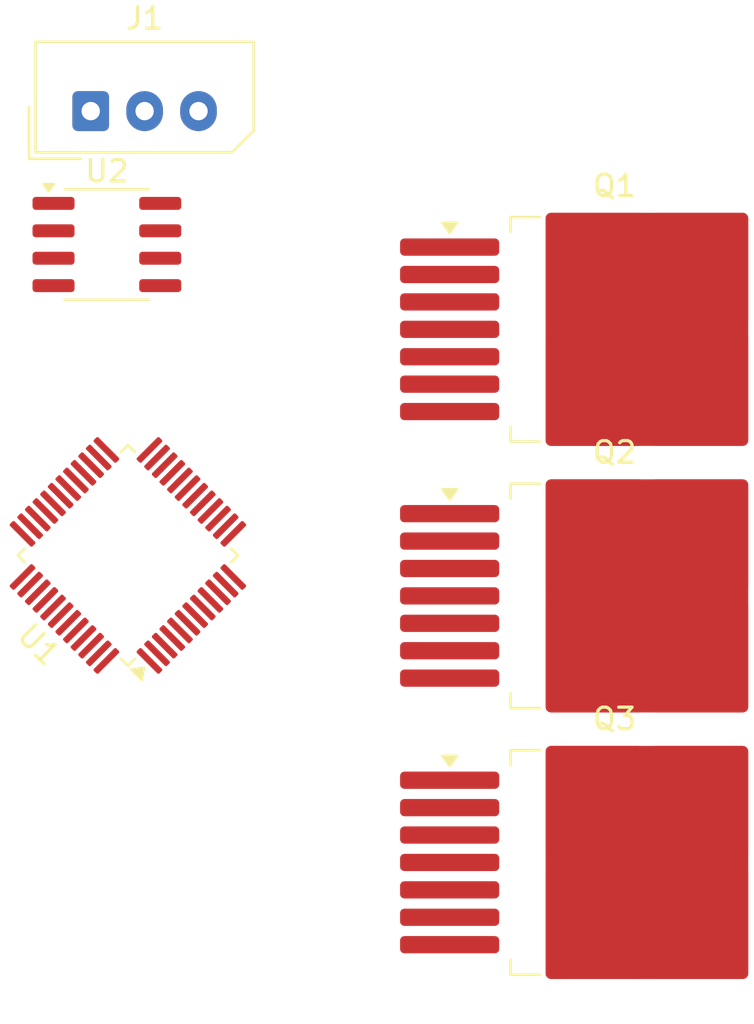
<source format=kicad_pcb>
(kicad_pcb (version 20240108) (generator "pcbnew") (generator_version "8.0")
  (layers (0 "F.Cu" signal) (31 "B.Cu" signal) (34 "B.Paste" user) (35 "F.Paste" user) (36 "B.SilkS" user "B.Silkscreen") (37 "F.SilkS" user "F.Silkscreen") (38 "B.Mask" user) (39 "F.Mask" user) (44 "Edge.Cuts" user))
  (net 0 "")
  (net 1 "Net-(Q1-Pad4)")
  (net 9 "Net-(Q2-Pad4)")
  (net 16 "Net-(Q3-Pad4)")
  (net 24 "+3.3V")
  (net 25 "BOOT0")
  (net 26 "GND")
  (net 33 "NRST")
  (net 39 "SW_CLK")
  (net 41 "HSE_IN")
  (net 43 "/CANL")
  (net 44 "CAN_TX")
  (net 49 "CAN_RX")
  (net 50 "HSE_OUT")
  (net 54 "+3.3VA")
  (net 58 "SW_DIO")
  (net 64 "/CANH")
  (net 65 "CAN_EN")
  (net 66 "Net-(U2-EN)")
  (footprint "Package_TO_SOT_SMD:TO-263-7_TabPin8" (layer "F.Cu") (at 91.075 55.875)
    (property "Reference" "Q2" (at 0 -6.65 0) (layer "F.SilkS"))
    (property "Value" "BTN8982TA")
    (fp_line (start -4.825 -5.2) (end -4.825 -4.51) (stroke (width 0.12)) (layer "F.SilkS"))
    (fp_line (start -4.825 5.2) (end -4.825 4.51) (stroke (width 0.12)) (layer "F.SilkS"))
    (fp_line (start -3.46 -5.2) (end -4.825 -5.2) (stroke (width 0.12)) (layer "F.SilkS"))
    (fp_line (start -3.46 5.2) (end -4.825 5.2) (stroke (width 0.12)) (layer "F.SilkS"))
    (fp_poly (pts (xy -7.65 -4.47) (xy -7.99 -4.94) (xy -7.31 -4.94) (xy -7.65 -4.47)) (stroke (width 0.12)) (fill solid) (layer "F.SilkS"))
    (pad "1" smd roundrect (at -7.65 -3.81) (size 4.6 0.8) (layers "F.Cu" "F.Paste" "F.Mask"))
    (pad "2" smd roundrect (at -7.65 -2.54) (size 4.6 0.8) (layers "F.Cu" "F.Paste" "F.Mask"))
    (pad "3" smd roundrect (at -7.65 -1.27) (size 4.6 0.8) (layers "F.Cu" "F.Paste" "F.Mask"))
    (pad "4" smd roundrect (at -7.65 0) (size 4.6 0.8) (layers "F.Cu" "F.Paste" "F.Mask") (net 9 "Net-(Q2-Pad4)"))
    (pad "5" smd roundrect (at -7.65 1.27) (size 4.6 0.8) (layers "F.Cu" "F.Paste" "F.Mask"))
    (pad "6" smd roundrect (at -7.65 2.54) (size 4.6 0.8) (layers "F.Cu" "F.Paste" "F.Mask"))
    (pad "7" smd roundrect (at -7.65 3.81) (size 4.6 0.8) (layers "F.Cu" "F.Paste" "F.Mask"))
    (pad "8" smd roundrect (at -0.925 -2.775) (size 4.55 5.25) (layers "F.Cu" "F.Paste") (roundrect_rratio 0.054945) (net 9 "Net-(Q2-Pad4)"))
    (pad "8" smd roundrect (at -0.925 2.775) (size 4.55 5.25) (layers "F.Cu" "F.Paste") (roundrect_rratio 0.054945) (net 9 "Net-(Q2-Pad4)"))
    (pad "8" smd roundrect (at 1.5 0) (size 9.4 10.8) (layers "F.Cu" "F.Mask") (roundrect_rratio 0.026596) (net 9 "Net-(Q2-Pad4)"))
    (pad "8" smd roundrect (at 3.925 -2.775) (size 4.55 5.25) (layers "F.Cu" "F.Paste") (roundrect_rratio 0.054945) (net 9 "Net-(Q2-Pad4)"))
    (pad "8" smd roundrect (at 3.925 2.775) (size 4.55 5.25) (layers "F.Cu" "F.Paste") (roundrect_rratio 0.054945) (net 9 "Net-(Q2-Pad4)"))
  )
  (footprint "Package_QFP:LQFP-48_7x7mm_P0.5mm" (layer "F.Cu") (at 68.5 54 135)
    (property "Reference" "U1" (at 0 -5.85 135) (layer "F.SilkS"))
    (property "Value" "STM32G431CBT6")
    (fp_line (start 3.61 -3.61) (end 3.61 -3.16) (stroke (width 0.12)) (layer "F.SilkS"))
    (fp_line (start 3.16 -3.61) (end 3.61 -3.61) (stroke (width 0.12)) (layer "F.SilkS"))
    (fp_line (start -3.16 -3.61) (end -3.61 -3.61) (stroke (width 0.12)) (layer "F.SilkS"))
    (fp_line (start 3.61 3.61) (end 3.61 3.16) (stroke (width 0.12)) (layer "F.SilkS"))
    (fp_line (start -3.61 -3.61) (end -3.61 -3.16) (stroke (width 0.12)) (layer "F.SilkS"))
    (fp_line (start 3.16 3.61) (end 3.61 3.61) (stroke (width 0.12)) (layer "F.SilkS"))
    (fp_line (start -3.16 3.61) (end -3.61 3.61) (stroke (width 0.12)) (layer "F.SilkS"))
    (fp_line (start -3.61 3.61) (end -3.61 3.16) (stroke (width 0.12)) (layer "F.SilkS"))
    (fp_poly (pts (xy -4.2 -3.16) (xy -4.54 -3.63) (xy -3.86 -3.63) (xy -4.2 -3.16)) (stroke (width 0.12)) (fill solid) (layer "F.SilkS"))
    (pad "1" smd roundrect (at -4.1625 -2.75 135) (size 1.475 0.3) (layers "F.Cu" "F.Paste" "F.Mask") (net 24 "+3.3V"))
    (pad "2" smd roundrect (at -4.1625 -2.25 135) (size 1.475 0.3) (layers "F.Cu" "F.Paste" "F.Mask"))
    (pad "3" smd roundrect (at -4.1625 -1.75 135) (size 1.475 0.3) (layers "F.Cu" "F.Paste" "F.Mask"))
    (pad "4" smd roundrect (at -4.1625 -1.249999 135) (size 1.475 0.3) (layers "F.Cu" "F.Paste" "F.Mask"))
    (pad "5" smd roundrect (at -4.1625 -0.75 135) (size 1.475 0.3) (layers "F.Cu" "F.Paste" "F.Mask") (net 41 "HSE_IN"))
    (pad "6" smd roundrect (at -4.1625 -0.25 135) (size 1.475 0.3) (layers "F.Cu" "F.Paste" "F.Mask") (net 50 "HSE_OUT"))
    (pad "7" smd roundrect (at -4.1625 0.25 135) (size 1.475 0.3) (layers "F.Cu" "F.Paste" "F.Mask") (net 33 "NRST"))
    (pad "8" smd roundrect (at -4.1625 0.75 135) (size 1.475 0.3) (layers "F.Cu" "F.Paste" "F.Mask"))
    (pad "9" smd roundrect (at -4.1625 1.249999 135) (size 1.475 0.3) (layers "F.Cu" "F.Paste" "F.Mask"))
    (pad "10" smd roundrect (at -4.1625 1.75 135) (size 1.475 0.3) (layers "F.Cu" "F.Paste" "F.Mask"))
    (pad "11" smd roundrect (at -4.1625 2.25 135) (size 1.475 0.3) (layers "F.Cu" "F.Paste" "F.Mask"))
    (pad "12" smd roundrect (at -4.1625 2.75 135) (size 1.475 0.3) (layers "F.Cu" "F.Paste" "F.Mask"))
    (pad "13" smd roundrect (at -2.75 4.1625 135) (size 0.3 1.475) (layers "F.Cu" "F.Paste" "F.Mask"))
    (pad "14" smd roundrect (at -2.25 4.1625 135) (size 0.3 1.475) (layers "F.Cu" "F.Paste" "F.Mask"))
    (pad "15" smd roundrect (at -1.75 4.1625 135) (size 0.3 1.475) (layers "F.Cu" "F.Paste" "F.Mask"))
    (pad "16" smd roundrect (at -1.249999 4.1625 135) (size 0.3 1.475) (layers "F.Cu" "F.Paste" "F.Mask"))
    (pad "17" smd roundrect (at -0.75 4.1625 135) (size 0.3 1.475) (layers "F.Cu" "F.Paste" "F.Mask"))
    (pad "18" smd roundrect (at -0.25 4.1625 135) (size 0.3 1.475) (layers "F.Cu" "F.Paste" "F.Mask"))
    (pad "19" smd roundrect (at 0.25 4.1625 135) (size 0.3 1.475) (layers "F.Cu" "F.Paste" "F.Mask") (net 26 "GND"))
    (pad "20" smd roundrect (at 0.75 4.1625 135) (size 0.3 1.475) (layers "F.Cu" "F.Paste" "F.Mask"))
    (pad "21" smd roundrect (at 1.249999 4.1625 135) (size 0.3 1.475) (layers "F.Cu" "F.Paste" "F.Mask") (net 54 "+3.3VA"))
    (pad "22" smd roundrect (at 1.75 4.1625 135) (size 0.3 1.475) (layers "F.Cu" "F.Paste" "F.Mask"))
    (pad "23" smd roundrect (at 2.25 4.1625 135) (size 0.3 1.475) (layers "F.Cu" "F.Paste" "F.Mask") (net 26 "GND"))
    (pad "24" smd roundrect (at 2.75 4.1625 135) (size 0.3 1.475) (layers "F.Cu" "F.Paste" "F.Mask") (net 24 "+3.3V"))
    (pad "25" smd roundrect (at 4.1625 2.75 135) (size 1.475 0.3) (layers "F.Cu" "F.Paste" "F.Mask"))
    (pad "26" smd roundrect (at 4.1625 2.25 135) (size 1.475 0.3) (layers "F.Cu" "F.Paste" "F.Mask"))
    (pad "27" smd roundrect (at 4.1625 1.75 135) (size 1.475 0.3) (layers "F.Cu" "F.Paste" "F.Mask"))
    (pad "28" smd roundrect (at 4.1625 1.249999 135) (size 1.475 0.3) (layers "F.Cu" "F.Paste" "F.Mask"))
    (pad "29" smd roundrect (at 4.1625 0.75 135) (size 1.475 0.3) (layers "F.Cu" "F.Paste" "F.Mask"))
    (pad "30" smd roundrect (at 4.1625 0.25 135) (size 1.475 0.3) (layers "F.Cu" "F.Paste" "F.Mask") (net 65 "CAN_EN"))
    (pad "31" smd roundrect (at 4.1625 -0.25 135) (size 1.475 0.3) (layers "F.Cu" "F.Paste" "F.Mask"))
    (pad "32" smd roundrect (at 4.1625 -0.75 135) (size 1.475 0.3) (layers "F.Cu" "F.Paste" "F.Mask"))
    (pad "33" smd roundrect (at 4.1625 -1.249999 135) (size 1.475 0.3) (layers "F.Cu" "F.Paste" "F.Mask") (net 49 "CAN_RX"))
    (pad "34" smd roundrect (at 4.1625 -1.75 135) (size 1.475 0.3) (layers "F.Cu" "F.Paste" "F.Mask") (net 44 "CAN_TX"))
    (pad "35" smd roundrect (at 4.1625 -2.25 135) (size 1.475 0.3) (layers "F.Cu" "F.Paste" "F.Mask") (net 26 "GND"))
    (pad "36" smd roundrect (at 4.1625 -2.75 135) (size 1.475 0.3) (layers "F.Cu" "F.Paste" "F.Mask") (net 24 "+3.3V"))
    (pad "37" smd roundrect (at 2.75 -4.1625 135) (size 0.3 1.475) (layers "F.Cu" "F.Paste" "F.Mask") (net 58 "SW_DIO"))
    (pad "38" smd roundrect (at 2.25 -4.1625 135) (size 0.3 1.475) (layers "F.Cu" "F.Paste" "F.Mask") (net 39 "SW_CLK"))
    (pad "39" smd roundrect (at 1.75 -4.1625 135) (size 0.3 1.475) (layers "F.Cu" "F.Paste" "F.Mask"))
    (pad "40" smd roundrect (at 1.249999 -4.1625 135) (size 0.3 1.475) (layers "F.Cu" "F.Paste" "F.Mask"))
    (pad "41" smd roundrect (at 0.75 -4.1625 135) (size 0.3 1.475) (layers "F.Cu" "F.Paste" "F.Mask"))
    (pad "42" smd roundrect (at 0.25 -4.1625 135) (size 0.3 1.475) (layers "F.Cu" "F.Paste" "F.Mask"))
    (pad "43" smd roundrect (at -0.25 -4.1625 135) (size 0.3 1.475) (layers "F.Cu" "F.Paste" "F.Mask"))
    (pad "44" smd roundrect (at -0.75 -4.1625 135) (size 0.3 1.475) (layers "F.Cu" "F.Paste" "F.Mask"))
    (pad "45" smd roundrect (at -1.249999 -4.1625 135) (size 0.3 1.475) (layers "F.Cu" "F.Paste" "F.Mask") (net 25 "BOOT0"))
    (pad "46" smd roundrect (at -1.75 -4.1625 135) (size 0.3 1.475) (layers "F.Cu" "F.Paste" "F.Mask"))
    (pad "47" smd roundrect (at -2.25 -4.1625 135) (size 0.3 1.475) (layers "F.Cu" "F.Paste" "F.Mask") (net 26 "GND"))
    (pad "48" smd roundrect (at -2.75 -4.1625 135) (size 0.3 1.475) (layers "F.Cu" "F.Paste" "F.Mask") (net 24 "+3.3V"))
  )
  (footprint "Package_SO:SOIC-8_3.9x4.9mm_P1.27mm" (layer "F.Cu") (at 67.525 39.595)
    (property "Reference" "U2" (at 0 -3.4 0) (layer "F.SilkS"))
    (property "Value" "SN65HVD234")
    (fp_line (start 0 -2.56) (end -1.95 -2.56) (stroke (width 0.12)) (layer "F.SilkS"))
    (fp_line (start 0 -2.56) (end 1.95 -2.56) (stroke (width 0.12)) (layer "F.SilkS"))
    (fp_line (start 0 2.56) (end -1.95 2.56) (stroke (width 0.12)) (layer "F.SilkS"))
    (fp_line (start 0 2.56) (end 1.95 2.56) (stroke (width 0.12)) (layer "F.SilkS"))
    (fp_poly (pts (xy -2.7 -2.465) (xy -2.94 -2.795) (xy -2.46 -2.795) (xy -2.7 -2.465)) (stroke (width 0.12)) (fill solid) (layer "F.SilkS"))
    (pad "1" smd roundrect (at -2.475 -1.905) (size 1.95 0.6) (layers "F.Cu" "F.Paste" "F.Mask") (net 44 "CAN_TX"))
    (pad "2" smd roundrect (at -2.475 -0.635) (size 1.95 0.6) (layers "F.Cu" "F.Paste" "F.Mask") (net 26 "GND"))
    (pad "3" smd roundrect (at -2.475 0.635) (size 1.95 0.6) (layers "F.Cu" "F.Paste" "F.Mask") (net 24 "+3.3V"))
    (pad "4" smd roundrect (at -2.475 1.905) (size 1.95 0.6) (layers "F.Cu" "F.Paste" "F.Mask") (net 49 "CAN_RX"))
    (pad "5" smd roundrect (at 2.475 1.905) (size 1.95 0.6) (layers "F.Cu" "F.Paste" "F.Mask") (net 66 "Net-(U2-EN)"))
    (pad "6" smd roundrect (at 2.475 0.635) (size 1.95 0.6) (layers "F.Cu" "F.Paste" "F.Mask") (net 43 "/CANL"))
    (pad "7" smd roundrect (at 2.475 -0.635) (size 1.95 0.6) (layers "F.Cu" "F.Paste" "F.Mask") (net 64 "/CANH"))
    (pad "8" smd roundrect (at 2.475 -1.905) (size 1.95 0.6) (layers "F.Cu" "F.Paste" "F.Mask") (net 26 "GND"))
  )
  (footprint "Package_TO_SOT_SMD:TO-263-7_TabPin8" (layer "F.Cu") (at 91.075 43.525)
    (property "Reference" "Q1" (at 0 -6.65 0) (layer "F.SilkS"))
    (property "Value" "BTN8982TA")
    (fp_line (start -4.825 -5.2) (end -4.825 -4.51) (stroke (width 0.12)) (layer "F.SilkS"))
    (fp_line (start -4.825 5.2) (end -4.825 4.51) (stroke (width 0.12)) (layer "F.SilkS"))
    (fp_line (start -3.46 -5.2) (end -4.825 -5.2) (stroke (width 0.12)) (layer "F.SilkS"))
    (fp_line (start -3.46 5.2) (end -4.825 5.2) (stroke (width 0.12)) (layer "F.SilkS"))
    (fp_poly (pts (xy -7.65 -4.47) (xy -7.99 -4.94) (xy -7.31 -4.94) (xy -7.65 -4.47)) (stroke (width 0.12)) (fill solid) (layer "F.SilkS"))
    (pad "1" smd roundrect (at -7.65 -3.81) (size 4.6 0.8) (layers "F.Cu" "F.Paste" "F.Mask"))
    (pad "2" smd roundrect (at -7.65 -2.54) (size 4.6 0.8) (layers "F.Cu" "F.Paste" "F.Mask"))
    (pad "3" smd roundrect (at -7.65 -1.27) (size 4.6 0.8) (layers "F.Cu" "F.Paste" "F.Mask"))
    (pad "4" smd roundrect (at -7.65 0) (size 4.6 0.8) (layers "F.Cu" "F.Paste" "F.Mask") (net 1 "Net-(Q1-Pad4)"))
    (pad "5" smd roundrect (at -7.65 1.27) (size 4.6 0.8) (layers "F.Cu" "F.Paste" "F.Mask"))
    (pad "6" smd roundrect (at -7.65 2.54) (size 4.6 0.8) (layers "F.Cu" "F.Paste" "F.Mask"))
    (pad "7" smd roundrect (at -7.65 3.81) (size 4.6 0.8) (layers "F.Cu" "F.Paste" "F.Mask"))
    (pad "8" smd roundrect (at -0.925 -2.775) (size 4.55 5.25) (layers "F.Cu" "F.Paste") (roundrect_rratio 0.054945) (net 1 "Net-(Q1-Pad4)"))
    (pad "8" smd roundrect (at -0.925 2.775) (size 4.55 5.25) (layers "F.Cu" "F.Paste") (roundrect_rratio 0.054945) (net 1 "Net-(Q1-Pad4)"))
    (pad "8" smd roundrect (at 1.5 0) (size 9.4 10.8) (layers "F.Cu" "F.Mask") (roundrect_rratio 0.026596) (net 1 "Net-(Q1-Pad4)"))
    (pad "8" smd roundrect (at 3.925 -2.775) (size 4.55 5.25) (layers "F.Cu" "F.Paste") (roundrect_rratio 0.054945) (net 1 "Net-(Q1-Pad4)"))
    (pad "8" smd roundrect (at 3.925 2.775) (size 4.55 5.25) (layers "F.Cu" "F.Paste") (roundrect_rratio 0.054945) (net 1 "Net-(Q1-Pad4)"))
  )
  (footprint "Package_TO_SOT_SMD:TO-263-7_TabPin8" (layer "F.Cu") (at 91.075 68.225)
    (property "Reference" "Q3" (at 0 -6.65 0) (layer "F.SilkS"))
    (property "Value" "BTN8982TA")
    (fp_line (start -4.825 -5.2) (end -4.825 -4.51) (stroke (width 0.12)) (layer "F.SilkS"))
    (fp_line (start -4.825 5.2) (end -4.825 4.51) (stroke (width 0.12)) (layer "F.SilkS"))
    (fp_line (start -3.46 -5.2) (end -4.825 -5.2) (stroke (width 0.12)) (layer "F.SilkS"))
    (fp_line (start -3.46 5.2) (end -4.825 5.2) (stroke (width 0.12)) (layer "F.SilkS"))
    (fp_poly (pts (xy -7.65 -4.47) (xy -7.99 -4.94) (xy -7.31 -4.94) (xy -7.65 -4.47)) (stroke (width 0.12)) (fill solid) (layer "F.SilkS"))
    (pad "1" smd roundrect (at -7.65 -3.81) (size 4.6 0.8) (layers "F.Cu" "F.Paste" "F.Mask"))
    (pad "2" smd roundrect (at -7.65 -2.54) (size 4.6 0.8) (layers "F.Cu" "F.Paste" "F.Mask"))
    (pad "3" smd roundrect (at -7.65 -1.27) (size 4.6 0.8) (layers "F.Cu" "F.Paste" "F.Mask"))
    (pad "4" smd roundrect (at -7.65 0) (size 4.6 0.8) (layers "F.Cu" "F.Paste" "F.Mask") (net 16 "Net-(Q3-Pad4)"))
    (pad "5" smd roundrect (at -7.65 1.27) (size 4.6 0.8) (layers "F.Cu" "F.Paste" "F.Mask"))
    (pad "6" smd roundrect (at -7.65 2.54) (size 4.6 0.8) (layers "F.Cu" "F.Paste" "F.Mask"))
    (pad "7" smd roundrect (at -7.65 3.81) (size 4.6 0.8) (layers "F.Cu" "F.Paste" "F.Mask"))
    (pad "8" smd roundrect (at -0.925 -2.775) (size 4.55 5.25) (layers "F.Cu" "F.Paste") (roundrect_rratio 0.054945) (net 16 "Net-(Q3-Pad4)"))
    (pad "8" smd roundrect (at -0.925 2.775) (size 4.55 5.25) (layers "F.Cu" "F.Paste") (roundrect_rratio 0.054945) (net 16 "Net-(Q3-Pad4)"))
    (pad "8" smd roundrect (at 1.5 0) (size 9.4 10.8) (layers "F.Cu" "F.Mask") (roundrect_rratio 0.026596) (net 16 "Net-(Q3-Pad4)"))
    (pad "8" smd roundrect (at 3.925 -2.775) (size 4.55 5.25) (layers "F.Cu" "F.Paste") (roundrect_rratio 0.054945) (net 16 "Net-(Q3-Pad4)"))
    (pad "8" smd roundrect (at 3.925 2.775) (size 4.55 5.25) (layers "F.Cu" "F.Paste") (roundrect_rratio 0.054945) (net 16 "Net-(Q3-Pad4)"))
  )
  (footprint "Connector_Molex:Molex_SPOX_5267-03A_1x03_P2.50mm_Vertical" (layer "F.Cu") (at 66.775 33.415)
    (property "Reference" "J1" (at 2.5 -4.3 0) (layer "F.SilkS"))
    (property "Value" "Conn_01x03")
    (fp_line (start -2.86 -0.2) (end -2.86 2.21) (stroke (width 0.12)) (layer "F.SilkS"))
    (fp_line (start -2.86 2.21) (end -0.45 2.21) (stroke (width 0.12)) (layer "F.SilkS"))
    (fp_line (start -2.56 -3.21) (end -2.56 1.91) (stroke (width 0.12)) (layer "F.SilkS"))
    (fp_line (start -2.56 1.91) (end 6.56 1.91) (stroke (width 0.12)) (layer "F.SilkS"))
    (fp_line (start 6.56 1.91) (end 7.56 0.91) (stroke (width 0.12)) (layer "F.SilkS"))
    (fp_line (start 7.56 -3.21) (end -2.56 -3.21) (stroke (width 0.12)) (layer "F.SilkS"))
    (fp_line (start 7.56 0.91) (end 7.56 -3.21) (stroke (width 0.12)) (layer "F.SilkS"))
    (pad "1" thru_hole roundrect (at 0 0) (size 1.7 1.85) (drill 0.85) (layers "*.Cu" "*.Mask") (roundrect_rratio 0.147059) (net 26 "GND"))
    (pad "2" thru_hole oval (at 2.5 0) (size 1.7 1.85) (drill 0.85) (layers "*.Cu" "*.Mask") (net 64 "/CANH"))
    (pad "3" thru_hole oval (at 5 0) (size 1.7 1.85) (drill 0.85) (layers "*.Cu" "*.Mask") (net 43 "/CANL"))
  )
)
</source>
